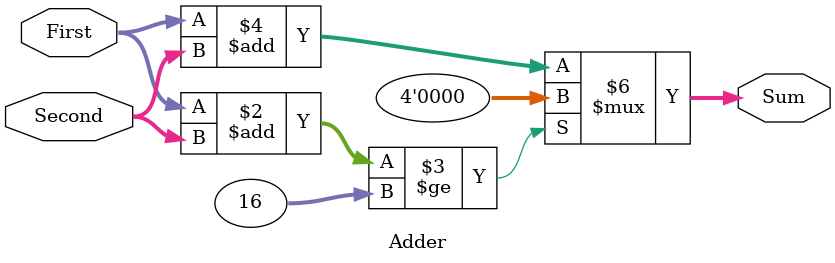
<source format=v>

module Adder(First, Second, Sum);
   input[3:0] First;
   input[3:0] Second;
   output[3:0] Sum;
   reg[3:0] Sum;

   always @ (First, Second)
	begin
	   if((First + Second) >= 16)
	      Sum = 4'b0000;
	   else 
	      Sum = First + Second;
	end

endmodule
</source>
